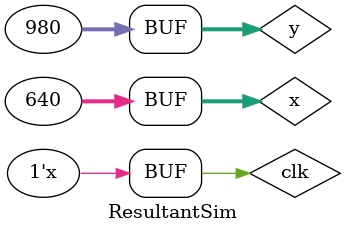
<source format=v>
`timescale 1ns / 1ps


module ResultantSim(

    );
    reg clk = 0;
    reg signed [31:0]x = 640, y = 980;
    wire [31:0] out;
    
    ResultantCalculator dut(
        clk,
        x, y,
        out
        );
    
    always begin
    clk = ~clk; #1;
    end
endmodule

</source>
